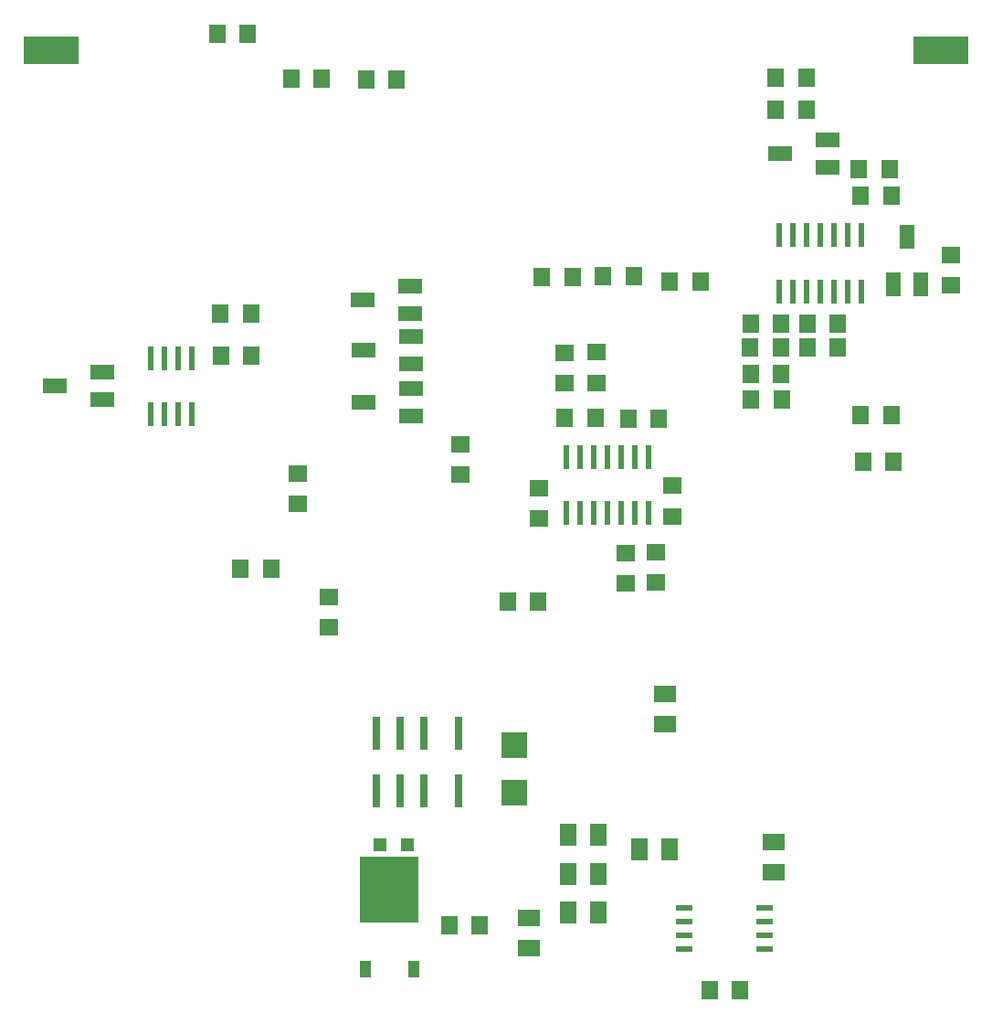
<source format=gbr>
G04 EAGLE Gerber X2 export*
%TF.Part,Single*%
%TF.FileFunction,Paste,Top*%
%TF.FilePolarity,Positive*%
%TF.GenerationSoftware,Autodesk,EAGLE,9.2.2*%
%TF.CreationDate,2019-06-08T20:52:32Z*%
G75*
%MOMM*%
%FSLAX34Y34*%
%LPD*%
%INSolderpaste Top*%
%AMOC8*
5,1,8,0,0,1.08239X$1,22.5*%
G01*
%ADD10R,1.600000X1.800000*%
%ADD11R,1.800000X1.600000*%
%ADD12R,0.600000X2.200000*%
%ADD13R,0.800000X3.100000*%
%ADD14R,1.600000X1.803000*%
%ADD15R,2.184400X1.320800*%
%ADD16R,1.803000X1.600000*%
%ADD17R,1.320800X2.184400*%
%ADD18R,2.000000X1.600000*%
%ADD19R,1.600000X2.000000*%
%ADD20R,1.000000X1.600000*%
%ADD21R,5.400000X6.200000*%
%ADD22R,1.549400X0.533400*%
%ADD23R,2.400000X2.400000*%
%ADD24R,1.270000X1.270000*%
%ADD25R,5.080000X2.540000*%


D10*
X679574Y576956D03*
X707574Y576956D03*
D11*
X591425Y435479D03*
X591425Y407479D03*
D10*
X184396Y915428D03*
X212396Y915428D03*
X399453Y90453D03*
X427453Y90453D03*
X280920Y874103D03*
X252920Y874103D03*
D12*
X521232Y471705D03*
X521232Y523705D03*
X508532Y471705D03*
X533932Y471705D03*
X546632Y471705D03*
X508532Y523705D03*
X533932Y523705D03*
X546632Y523705D03*
X572032Y471705D03*
X572032Y523705D03*
X559332Y471705D03*
X584732Y471705D03*
X559332Y523705D03*
X584732Y523705D03*
X718251Y677263D03*
X718251Y729263D03*
X705551Y677263D03*
X730951Y677263D03*
X743651Y677263D03*
X705551Y729263D03*
X730951Y729263D03*
X743651Y729263D03*
X769051Y677263D03*
X769051Y729263D03*
X756351Y677263D03*
X781751Y677263D03*
X756351Y729263D03*
X781751Y729263D03*
D13*
X408205Y267599D03*
X376205Y267599D03*
X354205Y267599D03*
X332205Y267599D03*
X408205Y214599D03*
X376205Y214599D03*
X354205Y214599D03*
X332205Y214599D03*
D14*
X706993Y624985D03*
X678553Y624985D03*
D15*
X750408Y792147D03*
X706408Y804877D03*
X750408Y817607D03*
X363686Y656399D03*
X319686Y669129D03*
X363686Y681859D03*
D16*
X536457Y620752D03*
X536457Y592312D03*
D14*
X535225Y560010D03*
X506785Y560010D03*
D15*
X364540Y609573D03*
X320540Y622303D03*
X364540Y635033D03*
D14*
X604107Y686424D03*
X632547Y686424D03*
X809189Y765476D03*
X780749Y765476D03*
X730724Y845148D03*
X702284Y845148D03*
D17*
X810893Y684048D03*
X823623Y728048D03*
X836353Y684048D03*
D16*
X864531Y710902D03*
X864531Y682462D03*
X288000Y394220D03*
X288000Y365780D03*
D15*
X77998Y576990D03*
X33998Y589720D03*
X77998Y602450D03*
D18*
X473327Y97285D03*
X473327Y69285D03*
D14*
X678935Y601007D03*
X707375Y601007D03*
X807929Y790055D03*
X779489Y790055D03*
X707297Y647430D03*
X678857Y647430D03*
D19*
X537699Y173758D03*
X509699Y173758D03*
D14*
X759743Y624832D03*
X731303Y624832D03*
X811403Y519796D03*
X782963Y519796D03*
X809293Y562512D03*
X780853Y562512D03*
D19*
X509699Y137862D03*
X537699Y137862D03*
D18*
X700727Y167434D03*
X700727Y139434D03*
D14*
X453780Y390000D03*
X482220Y390000D03*
X731427Y647449D03*
X759867Y647449D03*
X565602Y559432D03*
X594042Y559432D03*
D16*
X562917Y406603D03*
X562917Y435043D03*
D14*
X513891Y690710D03*
X485451Y690710D03*
X542394Y691388D03*
X570834Y691388D03*
D20*
X321513Y49774D03*
X367113Y49774D03*
D21*
X344313Y122774D03*
D22*
X617481Y106458D03*
X617481Y93758D03*
X617481Y81058D03*
X617481Y68358D03*
X691649Y68358D03*
X691649Y81058D03*
X691649Y93758D03*
X691649Y106458D03*
D23*
X460171Y257116D03*
X460171Y213116D03*
D24*
X335188Y164867D03*
X360588Y164867D03*
D25*
X855323Y900000D03*
X30529Y900000D03*
D10*
X350791Y873022D03*
X322791Y873022D03*
D19*
X537699Y101966D03*
X509699Y101966D03*
D16*
X506739Y591943D03*
X506739Y620383D03*
D14*
X215728Y656933D03*
X187288Y656933D03*
X187898Y617508D03*
X216338Y617508D03*
D15*
X364357Y561834D03*
X320357Y574564D03*
X364357Y587294D03*
D16*
X482818Y466620D03*
X482818Y495060D03*
X606637Y468766D03*
X606637Y497206D03*
D12*
X148250Y615223D03*
X148250Y563223D03*
X160950Y615223D03*
X135550Y615223D03*
X122850Y615223D03*
X160950Y563223D03*
X135550Y563223D03*
X122850Y563223D03*
D10*
X669112Y30270D03*
X641112Y30270D03*
D16*
X409972Y507407D03*
X409972Y535847D03*
D14*
X234740Y420417D03*
X206300Y420417D03*
D19*
X576000Y160000D03*
X604000Y160000D03*
D18*
X600000Y304000D03*
X600000Y276000D03*
D14*
X702434Y875000D03*
X730874Y875000D03*
D16*
X259137Y480221D03*
X259137Y508661D03*
M02*

</source>
